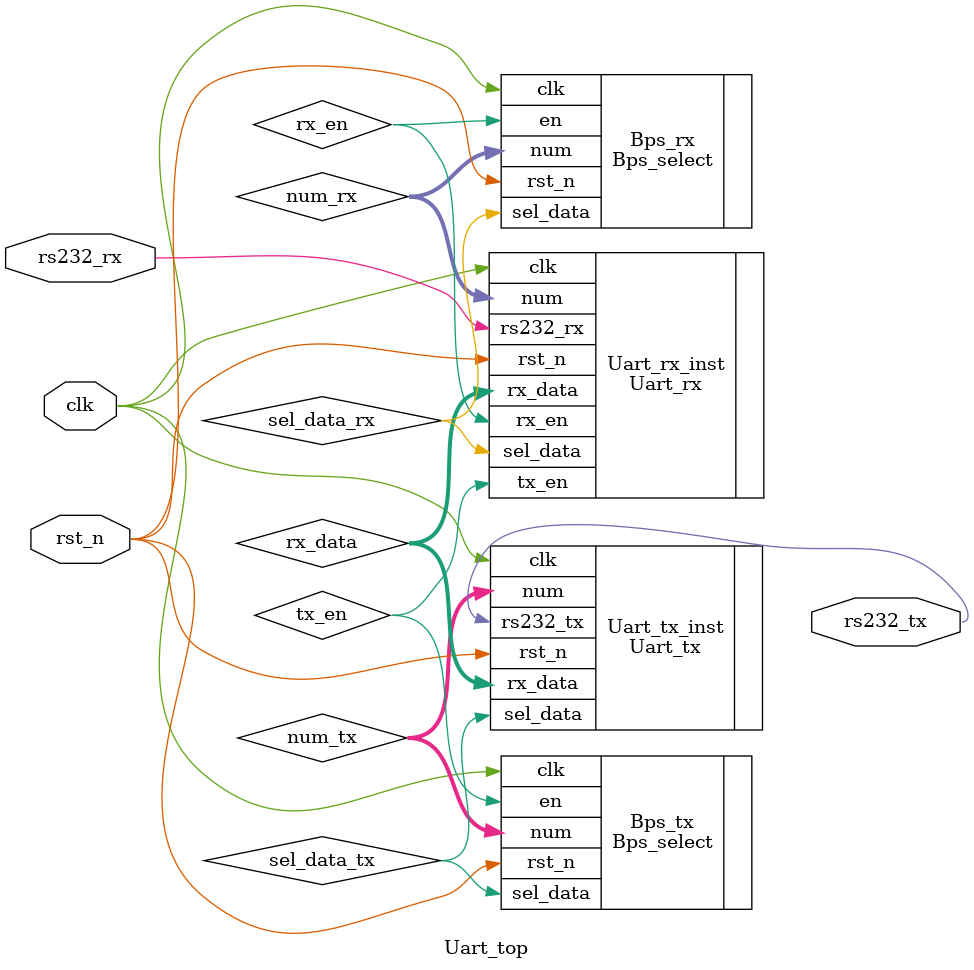
<source format=v>
module	Uart_top(
	input				clk,
	input				rst_n,
	input				rs232_rx,
	output				rs232_tx
);

	wire				rx_en;
	wire				sel_data,sel_data_rx,sel_data_tx;
	wire				tx_en;
	wire	[3:0]		num,num_rx,num_tx;
	wire	[7:0]		rx_data;

	
Bps_select		Bps_rx(
	.clk						(clk),				//系统时钟50MHz	
	.rst_n						(rst_n),				//低电平复位
	.en							(rx_en),			//使能信号：串口接收活发送开始
	.sel_data					(sel_data_rx),		//波特率计数中心点（采集数据的使能信号）
	.num						(num_rx)			//一帧数据bit0~bit9
);	

Uart_rx		Uart_rx_inst(						//串口接收模块例化
	.clk							(clk),
	.rst_n							(rst_n),
	.rs232_rx						(rs232_rx),
	.num							(num_rx),
	.sel_data						(sel_data_rx),
	.rx_en							(rx_en),
	.tx_en							(tx_en),
	.rx_data						(rx_data)
);

Bps_select		Bps_tx(
	.clk						(clk),				//系统时钟50MHz	
	.rst_n						(rst_n),				//低电平复位
	.en							(tx_en),			//使能信号：串口接收活发送开始
	.sel_data					(sel_data_tx),		//波特率计数中心点（采集数据的使能信号）
	.num						(num_tx)			//一帧数据bit0~bit9
);	

Uart_tx		Uart_tx_inst(						//串口发送模块例化
	.clk						(clk),
	.rst_n						(rst_n),
	.num						(num_tx),
	.sel_data					(sel_data_tx),
	.rx_data					(rx_data),
	.rs232_tx					(rs232_tx)
);


endmodule
</source>
